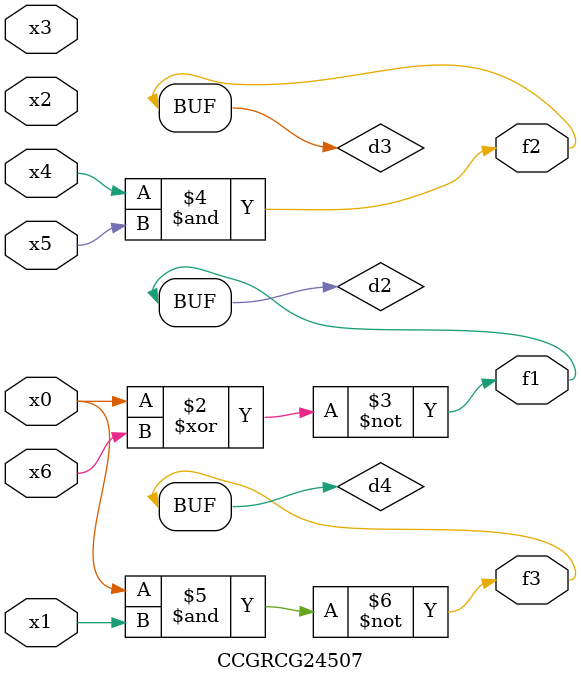
<source format=v>
module CCGRCG24507(
	input x0, x1, x2, x3, x4, x5, x6,
	output f1, f2, f3
);

	wire d1, d2, d3, d4;

	nor (d1, x0);
	xnor (d2, x0, x6);
	and (d3, x4, x5);
	nand (d4, x0, x1);
	assign f1 = d2;
	assign f2 = d3;
	assign f3 = d4;
endmodule

</source>
